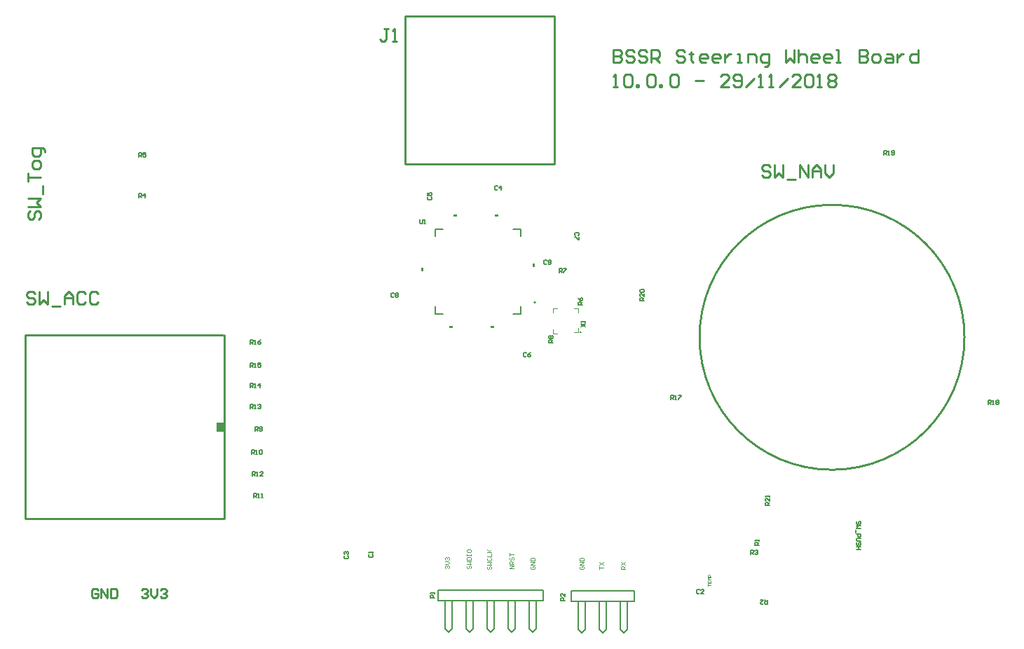
<source format=gto>
G04*
G04 #@! TF.GenerationSoftware,Altium Limited,Altium Designer,18.1.9 (240)*
G04*
G04 Layer_Color=65535*
%FSLAX44Y44*%
%MOMM*%
G71*
G01*
G75*
%ADD10C,0.2540*%
%ADD11C,0.1524*%
%ADD12C,0.2000*%
%ADD13C,0.0500*%
%ADD14C,0.1270*%
%ADD15C,0.0635*%
%ADD16C,0.0762*%
G36*
X340360Y255651D02*
Y244221D01*
X331470Y244221D01*
Y255651D01*
X340360Y255651D01*
D02*
G37*
G36*
X612533Y372141D02*
X616343D01*
Y369601D01*
X612533D01*
Y372141D01*
D02*
G37*
G36*
X580929Y438745D02*
X578389D01*
Y442555D01*
X580929D01*
Y438745D01*
D02*
G37*
G36*
X662533Y372141D02*
X666343D01*
Y369601D01*
X662533D01*
Y372141D01*
D02*
G37*
G36*
X712947Y443745D02*
X715487D01*
Y447555D01*
X712947D01*
Y443745D01*
D02*
G37*
G36*
X617533Y504159D02*
X621343D01*
Y506699D01*
X617533D01*
Y504159D01*
D02*
G37*
G36*
X667533D02*
X671343D01*
Y506699D01*
X667533D01*
Y504159D01*
D02*
G37*
D10*
X1234632Y358648D02*
G03*
X1234632Y358648I-160000J0D01*
G01*
X770780Y364654D02*
G03*
X770790Y364654I10J362D01*
G01*
X100330Y139446D02*
X340400D01*
X100330Y139696D02*
Y361696D01*
X100290D02*
X339090D01*
X340360Y139696D02*
Y361696D01*
X558924Y746692D02*
X739174D01*
Y568112D02*
Y746692D01*
X559174Y567862D02*
X739174D01*
X558924Y568362D02*
Y746692D01*
X810768Y705854D02*
Y690618D01*
X818385D01*
X820925Y693158D01*
Y695697D01*
X818385Y698236D01*
X810768D01*
X818385D01*
X820925Y700775D01*
Y703314D01*
X818385Y705854D01*
X810768D01*
X836160Y703314D02*
X833621Y705854D01*
X828542D01*
X826003Y703314D01*
Y700775D01*
X828542Y698236D01*
X833621D01*
X836160Y695697D01*
Y693158D01*
X833621Y690618D01*
X828542D01*
X826003Y693158D01*
X851395Y703314D02*
X848856Y705854D01*
X843777D01*
X841238Y703314D01*
Y700775D01*
X843777Y698236D01*
X848856D01*
X851395Y695697D01*
Y693158D01*
X848856Y690618D01*
X843777D01*
X841238Y693158D01*
X856473Y690618D02*
Y705854D01*
X864091D01*
X866630Y703314D01*
Y698236D01*
X864091Y695697D01*
X856473D01*
X861552D02*
X866630Y690618D01*
X897100Y703314D02*
X894561Y705854D01*
X889482D01*
X886943Y703314D01*
Y700775D01*
X889482Y698236D01*
X894561D01*
X897100Y695697D01*
Y693158D01*
X894561Y690618D01*
X889482D01*
X886943Y693158D01*
X904718Y703314D02*
Y700775D01*
X902178D01*
X907257D01*
X904718D01*
Y693158D01*
X907257Y690618D01*
X922492D02*
X917413D01*
X914874Y693158D01*
Y698236D01*
X917413Y700775D01*
X922492D01*
X925031Y698236D01*
Y695697D01*
X914874D01*
X937727Y690618D02*
X932649D01*
X930109Y693158D01*
Y698236D01*
X932649Y700775D01*
X937727D01*
X940266Y698236D01*
Y695697D01*
X930109D01*
X945344Y700775D02*
Y690618D01*
Y695697D01*
X947884Y698236D01*
X950423Y700775D01*
X952962D01*
X960580Y690618D02*
X965658D01*
X963119D01*
Y700775D01*
X960580D01*
X973275Y690618D02*
Y700775D01*
X980893D01*
X983432Y698236D01*
Y690618D01*
X993589Y685540D02*
X996128D01*
X998667Y688079D01*
Y700775D01*
X991050D01*
X988511Y698236D01*
Y693158D01*
X991050Y690618D01*
X998667D01*
X1018981Y705854D02*
Y690618D01*
X1024059Y695697D01*
X1029137Y690618D01*
Y705854D01*
X1034216D02*
Y690618D01*
Y698236D01*
X1036755Y700775D01*
X1041833D01*
X1044372Y698236D01*
Y690618D01*
X1057068D02*
X1051990D01*
X1049451Y693158D01*
Y698236D01*
X1051990Y700775D01*
X1057068D01*
X1059607Y698236D01*
Y695697D01*
X1049451D01*
X1072303Y690618D02*
X1067225D01*
X1064686Y693158D01*
Y698236D01*
X1067225Y700775D01*
X1072303D01*
X1074843Y698236D01*
Y695697D01*
X1064686D01*
X1079921Y690618D02*
X1084999D01*
X1082460D01*
Y705854D01*
X1079921D01*
X1107852D02*
Y690618D01*
X1115469D01*
X1118009Y693158D01*
Y695697D01*
X1115469Y698236D01*
X1107852D01*
X1115469D01*
X1118009Y700775D01*
Y703314D01*
X1115469Y705854D01*
X1107852D01*
X1125626Y690618D02*
X1130704D01*
X1133244Y693158D01*
Y698236D01*
X1130704Y700775D01*
X1125626D01*
X1123087Y698236D01*
Y693158D01*
X1125626Y690618D01*
X1140861Y700775D02*
X1145940D01*
X1148479Y698236D01*
Y690618D01*
X1140861D01*
X1138322Y693158D01*
X1140861Y695697D01*
X1148479D01*
X1153557Y700775D02*
Y690618D01*
Y695697D01*
X1156096Y698236D01*
X1158635Y700775D01*
X1161175D01*
X1178949Y705854D02*
Y690618D01*
X1171331D01*
X1168792Y693158D01*
Y698236D01*
X1171331Y700775D01*
X1178949D01*
X810768Y661162D02*
X815846D01*
X813307D01*
Y676397D01*
X810768Y673858D01*
X823464D02*
X826003Y676397D01*
X831081D01*
X833621Y673858D01*
Y663701D01*
X831081Y661162D01*
X826003D01*
X823464Y663701D01*
Y673858D01*
X838699Y661162D02*
Y663701D01*
X841238D01*
Y661162D01*
X838699D01*
X851395Y673858D02*
X853934Y676397D01*
X859012D01*
X861552Y673858D01*
Y663701D01*
X859012Y661162D01*
X853934D01*
X851395Y663701D01*
Y673858D01*
X866630Y661162D02*
Y663701D01*
X869169D01*
Y661162D01*
X866630D01*
X879326Y673858D02*
X881865Y676397D01*
X886943D01*
X889482Y673858D01*
Y663701D01*
X886943Y661162D01*
X881865D01*
X879326Y663701D01*
Y673858D01*
X909796Y668780D02*
X919953D01*
X950423Y661162D02*
X940266D01*
X950423Y671319D01*
Y673858D01*
X947884Y676397D01*
X942805D01*
X940266Y673858D01*
X955501Y663701D02*
X958040Y661162D01*
X963119D01*
X965658Y663701D01*
Y673858D01*
X963119Y676397D01*
X958040D01*
X955501Y673858D01*
Y671319D01*
X958040Y668780D01*
X965658D01*
X970736Y661162D02*
X980893Y671319D01*
X985971Y661162D02*
X991050D01*
X988511D01*
Y676397D01*
X985971Y673858D01*
X998667Y661162D02*
X1003745D01*
X1001206D01*
Y676397D01*
X998667Y673858D01*
X1011363Y661162D02*
X1021520Y671319D01*
X1036755Y661162D02*
X1026598D01*
X1036755Y671319D01*
Y673858D01*
X1034216Y676397D01*
X1029137D01*
X1026598Y673858D01*
X1041833D02*
X1044372Y676397D01*
X1049451D01*
X1051990Y673858D01*
Y663701D01*
X1049451Y661162D01*
X1044372D01*
X1041833Y663701D01*
Y673858D01*
X1057068Y661162D02*
X1062147D01*
X1059607D01*
Y676397D01*
X1057068Y673858D01*
X1069764D02*
X1072303Y676397D01*
X1077382D01*
X1079921Y673858D01*
Y671319D01*
X1077382Y668780D01*
X1079921Y666240D01*
Y663701D01*
X1077382Y661162D01*
X1072303D01*
X1069764Y663701D01*
Y666240D01*
X1072303Y668780D01*
X1069764Y671319D01*
Y673858D01*
X1072303Y668780D02*
X1077382D01*
X240284Y53210D02*
X242188Y55114D01*
X245997D01*
X247901Y53210D01*
Y51305D01*
X245997Y49401D01*
X244093D01*
X245997D01*
X247901Y47497D01*
Y45592D01*
X245997Y43688D01*
X242188D01*
X240284Y45592D01*
X251710Y55114D02*
Y47497D01*
X255519Y43688D01*
X259328Y47497D01*
Y55114D01*
X263137Y53210D02*
X265041Y55114D01*
X268850D01*
X270754Y53210D01*
Y51305D01*
X268850Y49401D01*
X266945D01*
X268850D01*
X270754Y47497D01*
Y45592D01*
X268850Y43688D01*
X265041D01*
X263137Y45592D01*
X187957Y53210D02*
X186053Y55114D01*
X182244D01*
X180340Y53210D01*
Y45592D01*
X182244Y43688D01*
X186053D01*
X187957Y45592D01*
Y49401D01*
X184149D01*
X191766Y43688D02*
Y55114D01*
X199384Y43688D01*
Y55114D01*
X203193D02*
Y43688D01*
X208906D01*
X210810Y45592D01*
Y53210D01*
X208906Y55114D01*
X203193D01*
X999741Y564638D02*
X997202Y567177D01*
X992123D01*
X989584Y564638D01*
Y562099D01*
X992123Y559560D01*
X997202D01*
X999741Y557020D01*
Y554481D01*
X997202Y551942D01*
X992123D01*
X989584Y554481D01*
X1004819Y567177D02*
Y551942D01*
X1009897Y557020D01*
X1014976Y551942D01*
Y567177D01*
X1020054Y549403D02*
X1030211D01*
X1035289Y551942D02*
Y567177D01*
X1045446Y551942D01*
Y567177D01*
X1050524Y551942D02*
Y562099D01*
X1055603Y567177D01*
X1060681Y562099D01*
Y551942D01*
Y559560D01*
X1050524D01*
X1065759Y567177D02*
Y557020D01*
X1070838Y551942D01*
X1075916Y557020D01*
Y567177D01*
X105922Y511553D02*
X103383Y509013D01*
Y503935D01*
X105922Y501396D01*
X108461D01*
X111000Y503935D01*
Y509013D01*
X113540Y511553D01*
X116079D01*
X118618Y509013D01*
Y503935D01*
X116079Y501396D01*
X103383Y516631D02*
X118618D01*
X113540Y521709D01*
X118618Y526788D01*
X103383D01*
X121157Y531866D02*
Y542023D01*
X103383Y547101D02*
Y557258D01*
Y552180D01*
X118618D01*
Y564875D02*
Y569954D01*
X116079Y572493D01*
X111000D01*
X108461Y569954D01*
Y564875D01*
X111000Y562336D01*
X116079D01*
X118618Y564875D01*
X123696Y582650D02*
Y585189D01*
X121157Y587728D01*
X108461D01*
Y580111D01*
X111000Y577571D01*
X116079D01*
X118618Y580111D01*
Y587728D01*
X538731Y731515D02*
X533652D01*
X536191D01*
Y718819D01*
X533652Y716280D01*
X531113D01*
X528574Y718819D01*
X543809Y716280D02*
X548887D01*
X546348D01*
Y731515D01*
X543809Y728976D01*
X111757Y411222D02*
X109218Y413761D01*
X104139D01*
X101600Y411222D01*
Y408683D01*
X104139Y406143D01*
X109218D01*
X111757Y403604D01*
Y401065D01*
X109218Y398526D01*
X104139D01*
X101600Y401065D01*
X116835Y413761D02*
Y398526D01*
X121913Y403604D01*
X126992Y398526D01*
Y413761D01*
X132070Y395987D02*
X142227D01*
X147305Y398526D02*
Y408683D01*
X152384Y413761D01*
X157462Y408683D01*
Y398526D01*
Y406143D01*
X147305D01*
X172697Y411222D02*
X170158Y413761D01*
X165079D01*
X162540Y411222D01*
Y401065D01*
X165079Y398526D01*
X170158D01*
X172697Y401065D01*
X187932Y411222D02*
X185393Y413761D01*
X180315D01*
X177775Y411222D01*
Y401065D01*
X180315Y398526D01*
X185393D01*
X187932Y401065D01*
D11*
X716209Y400650D02*
G03*
X716209Y400650I-762J0D01*
G01*
X595630Y489458D02*
X604594D01*
X698246Y480494D02*
Y489458D01*
Y386842D02*
Y395806D01*
X595630Y386842D02*
X604594D01*
X595630Y480494D02*
Y489458D01*
X689282D02*
X698246D01*
X595630Y386842D02*
Y395806D01*
X689282Y386842D02*
X698246D01*
D12*
X826939Y6011D02*
Y39878D01*
X822706Y1778D02*
X826939Y6011D01*
X818473D02*
X822706Y1778D01*
X818473Y6011D02*
Y39878D01*
X801539Y6011D02*
Y39878D01*
X797306Y1778D02*
X801539Y6011D01*
X793073D02*
X797306Y1778D01*
X793073Y6011D02*
Y39878D01*
X776139Y6011D02*
Y39878D01*
X771906Y1778D02*
X776139Y6011D01*
X767673D02*
X771906Y1778D01*
X767673Y6011D02*
Y39878D01*
X759206Y52578D02*
X835406D01*
X759206Y39878D02*
Y52578D01*
X835406Y39878D02*
Y52578D01*
X759206Y39878D02*
X835406D01*
X725424Y40386D02*
Y53086D01*
X716957Y6519D02*
Y40386D01*
X666157Y6519D02*
Y40386D01*
X657691Y6519D02*
Y40386D01*
X691557Y6519D02*
Y40386D01*
X683091Y6519D02*
Y40386D01*
X712724Y2286D02*
X716957Y6519D01*
X708491D02*
Y40386D01*
Y6519D02*
X712724Y2286D01*
X687324D02*
X691557Y6519D01*
X661924Y2286D02*
X666157Y6519D01*
X657691D02*
X661924Y2286D01*
X683091Y6519D02*
X687324Y2286D01*
X598424Y40386D02*
X725424D01*
X598424Y53086D02*
X725424D01*
X598424Y40386D02*
Y53086D01*
X632291Y6519D02*
Y40386D01*
X640757Y6519D02*
Y40386D01*
X615357Y6519D02*
Y40386D01*
X636524Y2286D02*
X640757Y6519D01*
X632291D02*
X636524Y2286D01*
X606891Y6519D02*
X611124Y2286D01*
X606891Y6519D02*
Y40386D01*
X611124Y2286D02*
X615357Y6519D01*
D13*
X763250Y364654D02*
X768250D01*
Y369654D01*
X737770Y363384D02*
X742770D01*
X737770D02*
Y368384D01*
Y388864D02*
Y393864D01*
X742770D01*
X763250D02*
X768250D01*
Y388864D02*
Y393864D01*
D14*
X751840Y40894D02*
X746762D01*
Y43433D01*
X747608Y44280D01*
X749301D01*
X750147Y43433D01*
Y40894D01*
X751840Y49358D02*
Y45972D01*
X748454Y49358D01*
X747608D01*
X746762Y48512D01*
Y46819D01*
X747608Y45972D01*
X576326Y501394D02*
Y497162D01*
X577172Y496316D01*
X578865D01*
X579712Y497162D01*
Y501394D01*
X581404Y496316D02*
X583097D01*
X582251D01*
Y501394D01*
X581404Y500548D01*
X771654Y371348D02*
X776732Y374734D01*
X771654D02*
X776732Y371348D01*
Y376426D02*
Y378119D01*
Y377273D01*
X771654D01*
X772500Y376426D01*
X1108622Y132983D02*
X1109468Y133829D01*
Y135522D01*
X1108622Y136368D01*
X1107775D01*
X1106929Y135522D01*
Y133829D01*
X1106083Y132983D01*
X1105236D01*
X1104390Y133829D01*
Y135522D01*
X1105236Y136368D01*
X1109468Y131290D02*
X1104390D01*
X1106083Y129597D01*
X1104390Y127904D01*
X1109468D01*
X1103544Y126211D02*
Y122826D01*
X1104390Y121133D02*
X1109468D01*
Y118594D01*
X1108622Y117747D01*
X1106929D01*
X1106083Y118594D01*
Y121133D01*
X1109468Y116055D02*
X1105236D01*
X1104390Y115208D01*
Y113515D01*
X1105236Y112669D01*
X1109468D01*
X1108622Y107591D02*
X1109468Y108437D01*
Y110130D01*
X1108622Y110976D01*
X1107775D01*
X1106929Y110130D01*
Y108437D01*
X1106083Y107591D01*
X1105236D01*
X1104390Y108437D01*
Y110130D01*
X1105236Y110976D01*
X1109468Y105898D02*
X1104390D01*
X1106929D01*
Y102512D01*
X1109468D01*
X1104390D01*
X999236Y155448D02*
X994158D01*
Y157987D01*
X995004Y158834D01*
X996697D01*
X997543Y157987D01*
Y155448D01*
Y157141D02*
X999236Y158834D01*
Y163912D02*
Y160526D01*
X995850Y163912D01*
X995004D01*
X994158Y163065D01*
Y161373D01*
X995004Y160526D01*
X999236Y165605D02*
Y167297D01*
Y166451D01*
X994158D01*
X995004Y165605D01*
X847598Y403098D02*
X842520D01*
Y405637D01*
X843366Y406484D01*
X845059D01*
X845905Y405637D01*
Y403098D01*
Y404791D02*
X847598Y406484D01*
Y411562D02*
Y408176D01*
X844212Y411562D01*
X843366D01*
X842520Y410715D01*
Y409023D01*
X843366Y408176D01*
Y413255D02*
X842520Y414101D01*
Y415794D01*
X843366Y416640D01*
X846752D01*
X847598Y415794D01*
Y414101D01*
X846752Y413255D01*
X843366D01*
X1137412Y579374D02*
Y584452D01*
X1139951D01*
X1140798Y583606D01*
Y581913D01*
X1139951Y581067D01*
X1137412D01*
X1139105D02*
X1140798Y579374D01*
X1142490D02*
X1144183D01*
X1143337D01*
Y584452D01*
X1142490Y583606D01*
X1146722Y580220D02*
X1147569Y579374D01*
X1149261D01*
X1150108Y580220D01*
Y583606D01*
X1149261Y584452D01*
X1147569D01*
X1146722Y583606D01*
Y582760D01*
X1147569Y581913D01*
X1150108D01*
X1263650Y277368D02*
Y282446D01*
X1266189D01*
X1267036Y281600D01*
Y279907D01*
X1266189Y279061D01*
X1263650D01*
X1265343D02*
X1267036Y277368D01*
X1268728D02*
X1270421D01*
X1269575D01*
Y282446D01*
X1268728Y281600D01*
X1272960D02*
X1273807Y282446D01*
X1275499D01*
X1276346Y281600D01*
Y280754D01*
X1275499Y279907D01*
X1276346Y279061D01*
Y278214D01*
X1275499Y277368D01*
X1273807D01*
X1272960Y278214D01*
Y279061D01*
X1273807Y279907D01*
X1272960Y280754D01*
Y281600D01*
X1273807Y279907D02*
X1275499D01*
X879856Y283718D02*
Y288796D01*
X882395D01*
X883242Y287950D01*
Y286257D01*
X882395Y285411D01*
X879856D01*
X881549D02*
X883242Y283718D01*
X884934D02*
X886627D01*
X885781D01*
Y288796D01*
X884934Y287950D01*
X889166Y288796D02*
X892552D01*
Y287950D01*
X889166Y284564D01*
Y283718D01*
X372110Y350012D02*
Y355090D01*
X374649D01*
X375496Y354244D01*
Y352551D01*
X374649Y351705D01*
X372110D01*
X373803D02*
X375496Y350012D01*
X377188D02*
X378881D01*
X378035D01*
Y355090D01*
X377188Y354244D01*
X384806Y355090D02*
X383113Y354244D01*
X381420Y352551D01*
Y350858D01*
X382267Y350012D01*
X383960D01*
X384806Y350858D01*
Y351705D01*
X383960Y352551D01*
X381420D01*
X371856Y322834D02*
Y327912D01*
X374395D01*
X375242Y327066D01*
Y325373D01*
X374395Y324527D01*
X371856D01*
X373549D02*
X375242Y322834D01*
X376934D02*
X378627D01*
X377781D01*
Y327912D01*
X376934Y327066D01*
X384552Y327912D02*
X381166D01*
Y325373D01*
X382859Y326220D01*
X383705D01*
X384552Y325373D01*
Y323680D01*
X383705Y322834D01*
X382013D01*
X381166Y323680D01*
X371602Y297942D02*
Y303020D01*
X374141D01*
X374988Y302174D01*
Y300481D01*
X374141Y299635D01*
X371602D01*
X373295D02*
X374988Y297942D01*
X376680D02*
X378373D01*
X377527D01*
Y303020D01*
X376680Y302174D01*
X383451Y297942D02*
Y303020D01*
X380912Y300481D01*
X384298D01*
X372110Y272288D02*
Y277366D01*
X374649D01*
X375496Y276520D01*
Y274827D01*
X374649Y273981D01*
X372110D01*
X373803D02*
X375496Y272288D01*
X377188D02*
X378881D01*
X378035D01*
Y277366D01*
X377188Y276520D01*
X381420D02*
X382267Y277366D01*
X383960D01*
X384806Y276520D01*
Y275674D01*
X383960Y274827D01*
X383113D01*
X383960D01*
X384806Y273981D01*
Y273134D01*
X383960Y272288D01*
X382267D01*
X381420Y273134D01*
X374650Y191008D02*
Y196086D01*
X377189D01*
X378036Y195240D01*
Y193547D01*
X377189Y192701D01*
X374650D01*
X376343D02*
X378036Y191008D01*
X379728D02*
X381421D01*
X380575D01*
Y196086D01*
X379728Y195240D01*
X387346Y191008D02*
X383960D01*
X387346Y194394D01*
Y195240D01*
X386499Y196086D01*
X384807D01*
X383960Y195240D01*
X376174Y165100D02*
Y170178D01*
X378713D01*
X379560Y169332D01*
Y167639D01*
X378713Y166793D01*
X376174D01*
X377867D02*
X379560Y165100D01*
X381252D02*
X382945D01*
X382099D01*
Y170178D01*
X381252Y169332D01*
X385484Y165100D02*
X387177D01*
X386331D01*
Y170178D01*
X385484Y169332D01*
X373380Y217424D02*
Y222502D01*
X375919D01*
X376766Y221656D01*
Y219963D01*
X375919Y219117D01*
X373380D01*
X375073D02*
X376766Y217424D01*
X378458D02*
X380151D01*
X379305D01*
Y222502D01*
X378458Y221656D01*
X382690D02*
X383537Y222502D01*
X385229D01*
X386076Y221656D01*
Y218270D01*
X385229Y217424D01*
X383537D01*
X382690Y218270D01*
Y221656D01*
X377952Y245110D02*
Y250188D01*
X380491D01*
X381338Y249342D01*
Y247649D01*
X380491Y246803D01*
X377952D01*
X379645D02*
X381338Y245110D01*
X383030Y245956D02*
X383877Y245110D01*
X385569D01*
X386416Y245956D01*
Y249342D01*
X385569Y250188D01*
X383877D01*
X383030Y249342D01*
Y248496D01*
X383877Y247649D01*
X386416D01*
X737362Y351790D02*
X732284D01*
Y354329D01*
X733130Y355176D01*
X734823D01*
X735669Y354329D01*
Y351790D01*
Y353483D02*
X737362Y355176D01*
X733130Y356868D02*
X732284Y357715D01*
Y359408D01*
X733130Y360254D01*
X733976D01*
X734823Y359408D01*
X735669Y360254D01*
X736516D01*
X737362Y359408D01*
Y357715D01*
X736516Y356868D01*
X735669D01*
X734823Y357715D01*
X733976Y356868D01*
X733130D01*
X734823Y357715D02*
Y359408D01*
X745236Y437134D02*
Y442212D01*
X747775D01*
X748622Y441366D01*
Y439673D01*
X747775Y438827D01*
X745236D01*
X746929D02*
X748622Y437134D01*
X750314Y442212D02*
X753700D01*
Y441366D01*
X750314Y437980D01*
Y437134D01*
X773141Y397510D02*
X768063D01*
Y400049D01*
X768909Y400896D01*
X770602D01*
X771448Y400049D01*
Y397510D01*
Y399203D02*
X773141Y400896D01*
X768063Y405974D02*
X768909Y404281D01*
X770602Y402588D01*
X772294D01*
X773141Y403435D01*
Y405127D01*
X772294Y405974D01*
X771448D01*
X770602Y405127D01*
Y402588D01*
X237490Y576326D02*
Y581404D01*
X240029D01*
X240876Y580558D01*
Y578865D01*
X240029Y578019D01*
X237490D01*
X239183D02*
X240876Y576326D01*
X245954Y581404D02*
X242568D01*
Y578865D01*
X244261Y579712D01*
X245107D01*
X245954Y578865D01*
Y577172D01*
X245107Y576326D01*
X243415D01*
X242568Y577172D01*
X237236Y527304D02*
Y532382D01*
X239775D01*
X240622Y531536D01*
Y529843D01*
X239775Y528997D01*
X237236D01*
X238929D02*
X240622Y527304D01*
X244853D02*
Y532382D01*
X242314Y529843D01*
X245700D01*
X976122Y96520D02*
Y101598D01*
X978661D01*
X979508Y100752D01*
Y99059D01*
X978661Y98213D01*
X976122D01*
X977815D02*
X979508Y96520D01*
X981200Y100752D02*
X982047Y101598D01*
X983739D01*
X984586Y100752D01*
Y99906D01*
X983739Y99059D01*
X982893D01*
X983739D01*
X984586Y98213D01*
Y97366D01*
X983739Y96520D01*
X982047D01*
X981200Y97366D01*
X996442Y41402D02*
Y36324D01*
X993903D01*
X993056Y37170D01*
Y38863D01*
X993903Y39709D01*
X996442D01*
X994749D02*
X993056Y41402D01*
X987978D02*
X991364D01*
X987978Y38016D01*
Y37170D01*
X988824Y36324D01*
X990517D01*
X991364Y37170D01*
X986282Y107442D02*
X981204D01*
Y109981D01*
X982050Y110828D01*
X983743D01*
X984589Y109981D01*
Y107442D01*
Y109135D02*
X986282Y110828D01*
Y112520D02*
Y114213D01*
Y113367D01*
X981204D01*
X982050Y112520D01*
X594106Y43942D02*
X589028D01*
Y46481D01*
X589874Y47328D01*
X591567D01*
X592413Y46481D01*
Y43942D01*
X594106Y49020D02*
Y50713D01*
Y49867D01*
X589028D01*
X589874Y49020D01*
X730334Y451018D02*
X729487Y451864D01*
X727794D01*
X726948Y451018D01*
Y447632D01*
X727794Y446786D01*
X729487D01*
X730334Y447632D01*
X732026D02*
X732873Y446786D01*
X734566D01*
X735412Y447632D01*
Y451018D01*
X734566Y451864D01*
X732873D01*
X732026Y451018D01*
Y450172D01*
X732873Y449325D01*
X735412D01*
X545422Y411140D02*
X544575Y411986D01*
X542882D01*
X542036Y411140D01*
Y407754D01*
X542882Y406908D01*
X544575D01*
X545422Y407754D01*
X547114Y411140D02*
X547961Y411986D01*
X549654D01*
X550500Y411140D01*
Y410294D01*
X549654Y409447D01*
X550500Y408601D01*
Y407754D01*
X549654Y406908D01*
X547961D01*
X547114Y407754D01*
Y408601D01*
X547961Y409447D01*
X547114Y410294D01*
Y411140D01*
X547961Y409447D02*
X549654D01*
X768264Y481380D02*
X769110Y482227D01*
Y483920D01*
X768264Y484766D01*
X764878D01*
X764032Y483920D01*
Y482227D01*
X764878Y481380D01*
X769110Y479688D02*
Y476302D01*
X768264D01*
X764878Y479688D01*
X764032D01*
X705188Y339766D02*
X704341Y340612D01*
X702648D01*
X701802Y339766D01*
Y336380D01*
X702648Y335534D01*
X704341D01*
X705188Y336380D01*
X710266Y340612D02*
X708573Y339766D01*
X706880Y338073D01*
Y336380D01*
X707727Y335534D01*
X709419D01*
X710266Y336380D01*
Y337227D01*
X709419Y338073D01*
X706880D01*
X587080Y527896D02*
X586234Y527049D01*
Y525356D01*
X587080Y524510D01*
X590466D01*
X591312Y525356D01*
Y527049D01*
X590466Y527896D01*
X586234Y532974D02*
Y529588D01*
X588773D01*
X587926Y531281D01*
Y532127D01*
X588773Y532974D01*
X590466D01*
X591312Y532127D01*
Y530435D01*
X590466Y529588D01*
X670390Y541076D02*
X669543Y541922D01*
X667850D01*
X667004Y541076D01*
Y537690D01*
X667850Y536844D01*
X669543D01*
X670390Y537690D01*
X674622Y536844D02*
Y541922D01*
X672082Y539383D01*
X675468D01*
X486242Y94907D02*
X485396Y94060D01*
Y92368D01*
X486242Y91521D01*
X489628D01*
X490474Y92368D01*
Y94060D01*
X489628Y94907D01*
X486242Y96600D02*
X485396Y97446D01*
Y99139D01*
X486242Y99985D01*
X487088D01*
X487935Y99139D01*
Y98292D01*
Y99139D01*
X488781Y99985D01*
X489628D01*
X490474Y99139D01*
Y97446D01*
X489628Y96600D01*
X914230Y53254D02*
X913383Y54100D01*
X911690D01*
X910844Y53254D01*
Y49868D01*
X911690Y49022D01*
X913383D01*
X914230Y49868D01*
X919308Y49022D02*
X915922D01*
X919308Y52408D01*
Y53254D01*
X918462Y54100D01*
X916769D01*
X915922Y53254D01*
X515452Y96096D02*
X514606Y95249D01*
Y93556D01*
X515452Y92710D01*
X518838D01*
X519684Y93556D01*
Y95249D01*
X518838Y96096D01*
X519684Y97788D02*
Y99481D01*
Y98635D01*
X514606D01*
X515452Y97788D01*
D15*
X824992Y78232D02*
X819914D01*
Y80771D01*
X820760Y81618D01*
X822453D01*
X823299Y80771D01*
Y78232D01*
Y79925D02*
X824992Y81618D01*
X819914Y83310D02*
X824992Y86696D01*
X819914D02*
X824992Y83310D01*
X793752Y78232D02*
Y81618D01*
Y79925D01*
X798830D01*
X793752Y83310D02*
X798830Y86696D01*
X793752D02*
X798830Y83310D01*
X689864Y79248D02*
X684786D01*
X689864Y82634D01*
X684786D01*
X689864Y84326D02*
X684786D01*
Y86866D01*
X685632Y87712D01*
X687325D01*
X688171Y86866D01*
Y84326D01*
Y86019D02*
X689864Y87712D01*
X685632Y92790D02*
X684786Y91944D01*
Y90251D01*
X685632Y89405D01*
X686478D01*
X687325Y90251D01*
Y91944D01*
X688171Y92790D01*
X689018D01*
X689864Y91944D01*
Y90251D01*
X689018Y89405D01*
X684786Y94483D02*
Y97869D01*
Y96176D01*
X689864D01*
X658962Y82380D02*
X658116Y81533D01*
Y79840D01*
X658962Y78994D01*
X659808D01*
X660655Y79840D01*
Y81533D01*
X661501Y82380D01*
X662348D01*
X663194Y81533D01*
Y79840D01*
X662348Y78994D01*
X658116Y84072D02*
X663194D01*
X661501Y85765D01*
X663194Y87458D01*
X658116D01*
X658962Y92536D02*
X658116Y91690D01*
Y89997D01*
X658962Y89151D01*
X662348D01*
X663194Y89997D01*
Y91690D01*
X662348Y92536D01*
X658116Y94229D02*
X663194D01*
Y97615D01*
X658116Y99307D02*
X663194D01*
X661501D01*
X658116Y102693D01*
X660655Y100154D01*
X663194Y102693D01*
X634324Y82888D02*
X633478Y82041D01*
Y80348D01*
X634324Y79502D01*
X635170D01*
X636017Y80348D01*
Y82041D01*
X636863Y82888D01*
X637710D01*
X638556Y82041D01*
Y80348D01*
X637710Y79502D01*
X633478Y84580D02*
X638556D01*
X636863Y86273D01*
X638556Y87966D01*
X633478D01*
Y89659D02*
X638556D01*
Y92198D01*
X637710Y93044D01*
X634324D01*
X633478Y92198D01*
Y89659D01*
Y94737D02*
Y96430D01*
Y95583D01*
X638556D01*
Y94737D01*
Y96430D01*
X633478Y101508D02*
Y99815D01*
X634324Y98969D01*
X637710D01*
X638556Y99815D01*
Y101508D01*
X637710Y102355D01*
X634324D01*
X633478Y101508D01*
X770214Y81618D02*
X769368Y80771D01*
Y79078D01*
X770214Y78232D01*
X773600D01*
X774446Y79078D01*
Y80771D01*
X773600Y81618D01*
X771907D01*
Y79925D01*
X774446Y83310D02*
X769368D01*
X774446Y86696D01*
X769368D01*
Y88389D02*
X774446D01*
Y90928D01*
X773600Y91774D01*
X770214D01*
X769368Y90928D01*
Y88389D01*
X711286Y82380D02*
X710440Y81533D01*
Y79840D01*
X711286Y78994D01*
X714672D01*
X715518Y79840D01*
Y81533D01*
X714672Y82380D01*
X712979D01*
Y80687D01*
X715518Y84072D02*
X710440D01*
X715518Y87458D01*
X710440D01*
Y89151D02*
X715518D01*
Y91690D01*
X714672Y92536D01*
X711286D01*
X710440Y91690D01*
Y89151D01*
X607908Y79502D02*
X607062Y80348D01*
Y82041D01*
X607908Y82888D01*
X608754D01*
X609601Y82041D01*
Y81195D01*
Y82041D01*
X610447Y82888D01*
X611294D01*
X612140Y82041D01*
Y80348D01*
X611294Y79502D01*
X607062Y84580D02*
X610447D01*
X612140Y86273D01*
X610447Y87966D01*
X607062D01*
X607908Y89659D02*
X607062Y90505D01*
Y92198D01*
X607908Y93044D01*
X608754D01*
X609601Y92198D01*
Y91351D01*
Y92198D01*
X610447Y93044D01*
X611294D01*
X612140Y92198D01*
Y90505D01*
X611294Y89659D01*
D16*
X924561Y57912D02*
Y60451D01*
Y59182D01*
X928370D01*
X924561Y64260D02*
Y61721D01*
X928370D01*
Y64260D01*
X926466Y61721D02*
Y62990D01*
X928370Y65530D02*
X924561D01*
X925831Y66799D01*
X924561Y68069D01*
X928370D01*
Y69338D02*
X924561D01*
Y71243D01*
X925196Y71877D01*
X926466D01*
X927100Y71243D01*
Y69338D01*
M02*

</source>
